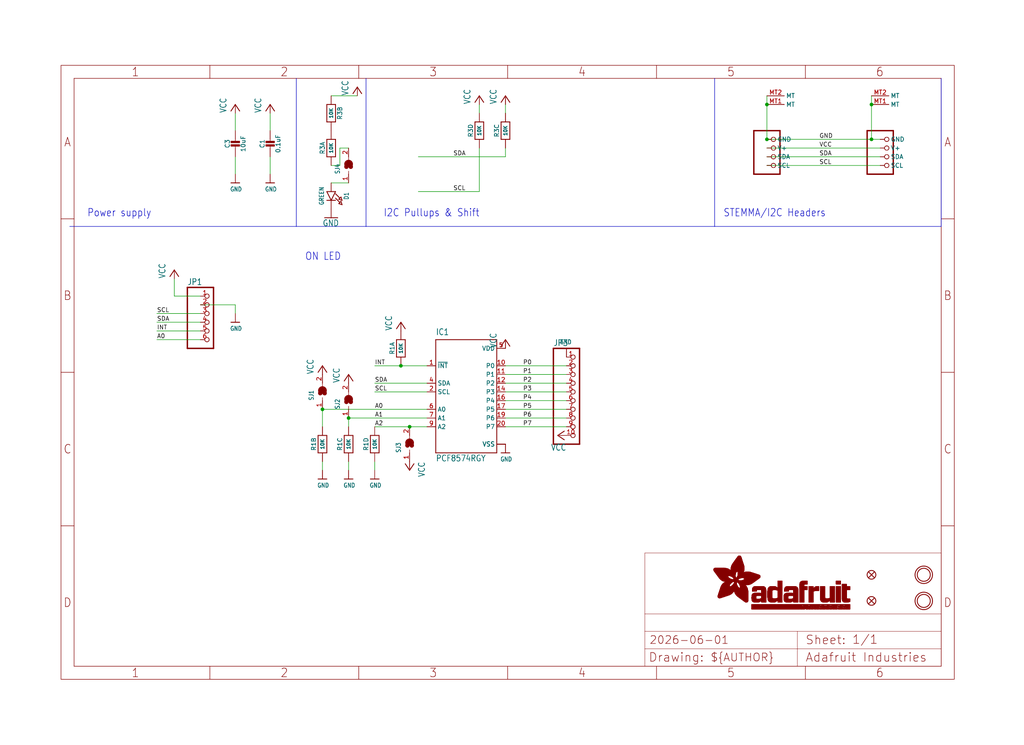
<source format=kicad_sch>
(kicad_sch (version 20230121) (generator eeschema)
  (paper "User" 298.45 217.322)
  (lib_symbols
    (symbol "working-eagle-import:CAP_CERAMIC0603_NO"
      (property "Reference" "C" (at -2.29 1.25 90))
      (symbol "CAP_CERAMIC0603_NO_1_0"
        (pin passive line (at 0 5.08 270) (length 2.54) (name "1") (number "1"))
        (pin passive line (at 0 -2.54 90) (length 2.54) (name "2") (number "2"))
      )
    )
    (symbol "working-eagle-import:CAP_CERAMIC0805-NOOUTLINE"
      (property "Reference" "C" (at -2.29 1.25 90))
      (symbol "CAP_CERAMIC0805-NOOUTLINE_1_0"
        (pin passive line (at 0 5.08 270) (length 2.54) (name "1") (number "1"))
        (pin passive line (at 0 -2.54 90) (length 2.54) (name "2") (number "2"))
      )
    )
    (symbol "working-eagle-import:FIDUCIAL_1MM")
    (symbol "working-eagle-import:FRAME_A4_ADAFRUIT"
      (symbol "FRAME_A4_ADAFRUIT_1_0"
        (text "${#}/${##}" (at 230.505 10.16 0) (effects (font (size 2.54 2.54)) (justify left bottom)))
        (text "${AUTHOR}" (at 189.23 5.08 0) (effects (font (size 2.286 2.286)) (justify left bottom)))
        (text "${CURRENT_DATE}" (at 171.45 10.16 0) (effects (font (size 2.286 2.286)) (justify left bottom)))
        (text "${PROJECTNAME}" (at 171.45 15.24 0) (effects (font (size 2.54 2.54)) (justify left bottom)))
        (text "1" (at 21.6958 1.905 0) (effects (font (size 2.54 2.286))))
        (text "1" (at 21.6958 177.165 0) (effects (font (size 2.54 2.286))))
        (text "2" (at 65.0875 1.905 0) (effects (font (size 2.54 2.286))))
        (text "2" (at 65.0875 177.165 0) (effects (font (size 2.54 2.286))))
        (text "3" (at 108.4792 1.905 0) (effects (font (size 2.54 2.286))))
        (text "3" (at 108.4792 177.165 0) (effects (font (size 2.54 2.286))))
        (text "4" (at 151.8708 1.905 0) (effects (font (size 2.54 2.286))))
        (text "4" (at 151.8708 177.165 0) (effects (font (size 2.54 2.286))))
        (text "5" (at 195.2625 1.905 0) (effects (font (size 2.54 2.286))))
        (text "5" (at 195.2625 177.165 0) (effects (font (size 2.54 2.286))))
        (text "6" (at 238.6542 1.905 0) (effects (font (size 2.54 2.286))))
        (text "6" (at 238.6542 177.165 0) (effects (font (size 2.54 2.286))))
        (text "A" (at 1.905 156.6863 0) (effects (font (size 2.54 2.286))))
        (text "A" (at 258.445 156.6863 0) (effects (font (size 2.54 2.286))))
        (text "Adafruit Industries" (at 216.916 4.953 0) (effects (font (size 2.54 2.54)) (justify left bottom)))
        (text "B" (at 1.905 111.9188 0) (effects (font (size 2.54 2.286))))
        (text "B" (at 258.445 111.9188 0) (effects (font (size 2.54 2.286))))
        (text "C" (at 1.905 67.1513 0) (effects (font (size 2.54 2.286))))
        (text "C" (at 258.445 67.1513 0) (effects (font (size 2.54 2.286))))
        (text "D" (at 1.905 22.3838 0) (effects (font (size 2.54 2.286))))
        (text "D" (at 258.445 22.3838 0) (effects (font (size 2.54 2.286))))
        (text "Drawing:" (at 171.196 4.953 0) (effects (font (size 2.54 2.54)) (justify left bottom)))
        (text "Sheet:" (at 216.916 10.033 0) (effects (font (size 2.54 2.54)) (justify left bottom)))
      )
    )
    (symbol "working-eagle-import:GND" (power)
      (property "Value" "GND" (at -1.524 -2.54 0))
      (symbol "GND_1_0"
        (pin power_in line (at 0 2.54 270) (length 2.54) (name "GND") (number "1"))
      )
    )
    (symbol "working-eagle-import:HEADER-1X1070MIL"
      (property "Reference" "JP" (at -6.35 13.335 0))
      (symbol "HEADER-1X1070MIL_1_0"
        (pin passive inverted (at -2.54 10.16 0) (length 2.54) (name "1") (number "1"))
        (pin passive inverted (at -2.54 -12.7 0) (length 2.54) (name "10") (number "10"))
        (pin passive inverted (at -2.54 7.62 0) (length 2.54) (name "2") (number "2"))
        (pin passive inverted (at -2.54 5.08 0) (length 2.54) (name "3") (number "3"))
        (pin passive inverted (at -2.54 2.54 0) (length 2.54) (name "4") (number "4"))
        (pin passive inverted (at -2.54 0 0) (length 2.54) (name "5") (number "5"))
        (pin passive inverted (at -2.54 -2.54 0) (length 2.54) (name "6") (number "6"))
        (pin passive inverted (at -2.54 -5.08 0) (length 2.54) (name "7") (number "7"))
        (pin passive inverted (at -2.54 -7.62 0) (length 2.54) (name "8") (number "8"))
        (pin passive inverted (at -2.54 -10.16 0) (length 2.54) (name "9") (number "9"))
      )
    )
    (symbol "working-eagle-import:HEADER-1X670MIL"
      (property "Reference" "JP" (at -6.35 10.795 0))
      (symbol "HEADER-1X670MIL_1_0"
        (pin passive inverted (at -2.54 7.62 0) (length 2.54) (name "1") (number "1"))
        (pin passive inverted (at -2.54 5.08 0) (length 2.54) (name "2") (number "2"))
        (pin passive inverted (at -2.54 2.54 0) (length 2.54) (name "3") (number "3"))
        (pin passive inverted (at -2.54 0 0) (length 2.54) (name "4") (number "4"))
        (pin passive inverted (at -2.54 -2.54 0) (length 2.54) (name "5") (number "5"))
        (pin passive inverted (at -2.54 -5.08 0) (length 2.54) (name "6") (number "6"))
      )
    )
    (symbol "working-eagle-import:LED0603_NOOUTLINE"
      (property "Reference" "D" (at -1.27 4.445 0))
      (symbol "LED0603_NOOUTLINE_1_0"
        (pin passive line (at -5.08 0 0) (length 2.54) (name "A") (number "A"))
        (pin passive line (at 2.54 0 180) (length 2.54) (name "C") (number "C"))
      )
    )
    (symbol "working-eagle-import:MOUNTINGHOLE2.5")
    (symbol "working-eagle-import:PCF8574RGY"
      (property "Reference" "IC" (at -7.62 16.51 0))
      (symbol "PCF8574RGY_1_0"
        (pin output line (at -10.16 7.62 0) (length 2.54) (name "~{INT}") (number "1"))
        (pin bidirectional line (at 12.7 7.62 180) (length 2.54) (name "P0") (number "10"))
        (pin bidirectional line (at 12.7 5.08 180) (length 2.54) (name "P1") (number "11"))
        (pin bidirectional line (at 12.7 2.54 180) (length 2.54) (name "P2") (number "12"))
        (pin bidirectional line (at 12.7 0 180) (length 2.54) (name "P3") (number "14"))
        (pin power_in line (at 12.7 -15.24 180) (length 2.54) (name "VSS") (number "15"))
        (pin bidirectional line (at 12.7 -2.54 180) (length 2.54) (name "P4") (number "16"))
        (pin bidirectional line (at 12.7 -5.08 180) (length 2.54) (name "P5") (number "17"))
        (pin bidirectional line (at 12.7 -7.62 180) (length 2.54) (name "P6") (number "19"))
        (pin input line (at -10.16 0 0) (length 2.54) (name "SCL") (number "2"))
        (pin bidirectional line (at 12.7 -10.16 180) (length 2.54) (name "P7") (number "20"))
        (pin power_in line (at 12.7 -15.24 180) (length 2.54) (name "VSS") (number "21"))
        (pin bidirectional line (at -10.16 2.54 0) (length 2.54) (name "SDA") (number "4"))
        (pin power_in line (at 12.7 12.7 180) (length 2.54) (name "VDD") (number "5"))
        (pin input line (at -10.16 -5.08 0) (length 2.54) (name "A0") (number "6"))
        (pin input line (at -10.16 -7.62 0) (length 2.54) (name "A1") (number "7"))
        (pin input line (at -10.16 -10.16 0) (length 2.54) (name "A2") (number "9"))
      )
    )
    (symbol "working-eagle-import:RESISTOR_4PACK"
      (property "Reference" "R" (at 0 2.54 0))
      (symbol "RESISTOR_4PACK_1_0"
        (pin passive line (at -5.08 0 0) (length 2.54) (name "1") (number "1"))
        (pin passive line (at 5.08 0 180) (length 2.54) (name "2") (number "8"))
      )
      (symbol "RESISTOR_4PACK_2_0"
        (pin passive line (at -5.08 0 0) (length 2.54) (name "1") (number "2"))
        (pin passive line (at 5.08 0 180) (length 2.54) (name "2") (number "7"))
      )
      (symbol "RESISTOR_4PACK_3_0"
        (pin passive line (at -5.08 0 0) (length 2.54) (name "1") (number "3"))
        (pin passive line (at 5.08 0 180) (length 2.54) (name "2") (number "6"))
      )
      (symbol "RESISTOR_4PACK_4_0"
        (pin passive line (at -5.08 0 0) (length 2.54) (name "1") (number "4"))
        (pin passive line (at 5.08 0 180) (length 2.54) (name "2") (number "5"))
      )
    )
    (symbol "working-eagle-import:SOLDERJUMPER"
      (property "Reference" "SJ" (at -2.54 2.54 0))
      (symbol "SOLDERJUMPER_1_0"
        (pin passive line (at -5.08 0 0) (length 2.54) (name "1") (number "1"))
        (pin passive line (at 5.08 0 180) (length 2.54) (name "2") (number "2"))
      )
    )
    (symbol "working-eagle-import:SOLDERJUMPERCLOSED"
      (property "Reference" "SJ" (at -2.54 2.54 0))
      (symbol "SOLDERJUMPERCLOSED_1_0"
        (pin passive line (at -5.08 0 0) (length 2.54) (name "1") (number "1"))
        (pin passive line (at 5.08 0 180) (length 2.54) (name "2") (number "2"))
      )
    )
    (symbol "working-eagle-import:STEMMA_I2C_QT"
      (symbol "STEMMA_I2C_QT_1_0"
        (pin passive inverted (at 0 5.08 0) (length 2.54) (name "GND") (number "1"))
        (pin passive inverted (at 0 2.54 0) (length 2.54) (name "V+") (number "2"))
        (pin passive inverted (at 0 0 0) (length 2.54) (name "SDA") (number "3"))
        (pin passive inverted (at 0 -2.54 0) (length 2.54) (name "SCL") (number "4"))
      )
      (symbol "STEMMA_I2C_QT_2_0"
        (pin bidirectional line (at 0 0 0) (length 5.08) (name "MT") (number "MT1"))
      )
      (symbol "STEMMA_I2C_QT_3_0"
        (pin bidirectional line (at 0 0 0) (length 5.08) (name "MT") (number "MT2"))
      )
    )
    (symbol "working-eagle-import:VCC" (power)
      (property "Value" "VCC" (at -2.54 -2.54 90))
      (symbol "VCC_1_0"
        (pin power_in line (at 0 -2.54 90) (length 2.54) (name "VCC") (number "1"))
      )
    )
    (symbol "working-eagle-import:supply1_GND" (power)
      (property "Value" "supply1_GND" (at -2.54 -2.54 0))
      (symbol "supply1_GND_1_0"
        (pin power_in line (at 0 2.54 270) (length 2.54) (name "GND") (number "1"))
      )
    )
  )
  (junction (at 119.38 124.46))
  (junction (at 101.6 121.92))
  (junction (at 223.52 40.64))
  (junction (at 254 40.64))
  (junction (at 93.98 119.38))
  (junction (at 116.84 106.68))
  (junction (at 223.52 30.48))
  (junction (at 254 30.48))
  (wire (pts (xy 124.46 124.46) (xy 119.38 124.46)) (stroke (width 0.1524)))
  (wire (pts (xy 58.42 88.9) (xy 68.58 88.9)) (stroke (width 0.1524)))
  (wire (pts (xy 139.7 55.88) (xy 121.92 55.88)) (stroke (width 0.1524)))
  (wire (pts (xy 165.1 106.68) (xy 147.32 106.68)) (stroke (width 0.1524)))
  (wire (pts (xy 147.32 43.18) (xy 147.32 45.72)) (stroke (width 0.1524)))
  (wire (pts (xy 116.84 106.68) (xy 109.22 106.68)) (stroke (width 0.1524)))
  (wire (pts (xy 58.42 99.06) (xy 45.72 99.06)) (stroke (width 0.1524)))
  (wire (pts (xy 109.22 111.76) (xy 124.46 111.76)) (stroke (width 0.1524)))
  (wire (pts (xy 147.32 45.72) (xy 121.92 45.72)) (stroke (width 0.1524)))
  (wire (pts (xy 78.74 45.72) (xy 78.74 50.8)) (stroke (width 0.1524)))
  (wire (pts (xy 165.1 109.22) (xy 147.32 109.22)) (stroke (width 0.1524)))
  (wire (pts (xy 93.98 134.62) (xy 93.98 137.16)) (stroke (width 0.1524)))
  (wire (pts (xy 254 30.48) (xy 254 40.64)) (stroke (width 0.1524)))
  (wire (pts (xy 147.32 33.02) (xy 147.32 30.48)) (stroke (width 0.1524)))
  (polyline (pts (xy 274.32 22.86) (xy 274.32 66.04)) (stroke (width 0.1524) (type solid)))
  (wire (pts (xy 223.52 48.26) (xy 256.54 48.26)) (stroke (width 0.1524)))
  (wire (pts (xy 119.38 124.46) (xy 109.22 124.46)) (stroke (width 0.1524)))
  (wire (pts (xy 124.46 119.38) (xy 93.98 119.38)) (stroke (width 0.1524)))
  (polyline (pts (xy 20.32 66.04) (xy 86.36 66.04)) (stroke (width 0.1524) (type solid)))
  (wire (pts (xy 109.22 114.3) (xy 124.46 114.3)) (stroke (width 0.1524)))
  (wire (pts (xy 99.06 48.26) (xy 99.06 43.18)) (stroke (width 0.1524)))
  (wire (pts (xy 139.7 30.48) (xy 139.7 33.02)) (stroke (width 0.1524)))
  (wire (pts (xy 254 27.94) (xy 254 30.48)) (stroke (width 0.1524)))
  (wire (pts (xy 124.46 106.68) (xy 116.84 106.68)) (stroke (width 0.1524)))
  (wire (pts (xy 58.42 86.36) (xy 50.8 86.36)) (stroke (width 0.1524)))
  (wire (pts (xy 223.52 43.18) (xy 256.54 43.18)) (stroke (width 0.1524)))
  (wire (pts (xy 256.54 40.64) (xy 254 40.64)) (stroke (width 0.1524)))
  (polyline (pts (xy 86.36 66.04) (xy 106.68 66.04)) (stroke (width 0.1524) (type solid)))
  (wire (pts (xy 165.1 114.3) (xy 147.32 114.3)) (stroke (width 0.1524)))
  (wire (pts (xy 68.58 88.9) (xy 68.58 91.44)) (stroke (width 0.1524)))
  (wire (pts (xy 96.52 53.34) (xy 101.6 53.34)) (stroke (width 0.1524)))
  (wire (pts (xy 165.1 111.76) (xy 147.32 111.76)) (stroke (width 0.1524)))
  (wire (pts (xy 93.98 119.38) (xy 93.98 124.46)) (stroke (width 0.1524)))
  (wire (pts (xy 101.6 121.92) (xy 101.6 124.46)) (stroke (width 0.1524)))
  (wire (pts (xy 58.42 91.44) (xy 45.72 91.44)) (stroke (width 0.1524)))
  (wire (pts (xy 165.1 121.92) (xy 147.32 121.92)) (stroke (width 0.1524)))
  (wire (pts (xy 165.1 116.84) (xy 147.32 116.84)) (stroke (width 0.1524)))
  (wire (pts (xy 101.6 121.92) (xy 124.46 121.92)) (stroke (width 0.1524)))
  (polyline (pts (xy 208.28 66.04) (xy 274.32 66.04)) (stroke (width 0.1524) (type solid)))
  (wire (pts (xy 109.22 134.62) (xy 109.22 137.16)) (stroke (width 0.1524)))
  (polyline (pts (xy 86.36 22.86) (xy 86.36 66.04)) (stroke (width 0.1524) (type solid)))
  (wire (pts (xy 223.52 27.94) (xy 223.52 30.48)) (stroke (width 0.1524)))
  (wire (pts (xy 68.58 45.72) (xy 68.58 50.8)) (stroke (width 0.1524)))
  (wire (pts (xy 101.6 134.62) (xy 101.6 137.16)) (stroke (width 0.1524)))
  (wire (pts (xy 165.1 119.38) (xy 147.32 119.38)) (stroke (width 0.1524)))
  (wire (pts (xy 223.52 30.48) (xy 223.52 40.64)) (stroke (width 0.1524)))
  (wire (pts (xy 96.52 48.26) (xy 99.06 48.26)) (stroke (width 0.1524)))
  (polyline (pts (xy 208.28 22.86) (xy 208.28 66.04)) (stroke (width 0.1524) (type solid)))
  (wire (pts (xy 58.42 96.52) (xy 45.72 96.52)) (stroke (width 0.1524)))
  (wire (pts (xy 104.14 27.94) (xy 96.52 27.94)) (stroke (width 0.1524)))
  (wire (pts (xy 68.58 33.02) (xy 68.58 38.1)) (stroke (width 0.1524)))
  (wire (pts (xy 165.1 124.46) (xy 147.32 124.46)) (stroke (width 0.1524)))
  (polyline (pts (xy 106.68 22.86) (xy 106.68 66.04)) (stroke (width 0.1524) (type solid)))
  (wire (pts (xy 256.54 45.72) (xy 223.52 45.72)) (stroke (width 0.1524)))
  (wire (pts (xy 58.42 93.98) (xy 45.72 93.98)) (stroke (width 0.1524)))
  (wire (pts (xy 99.06 43.18) (xy 101.6 43.18)) (stroke (width 0.1524)))
  (wire (pts (xy 78.74 33.02) (xy 78.74 38.1)) (stroke (width 0.1524)))
  (wire (pts (xy 50.8 86.36) (xy 50.8 81.28)) (stroke (width 0.1524)))
  (wire (pts (xy 254 40.64) (xy 223.52 40.64)) (stroke (width 0.1524)))
  (polyline (pts (xy 106.68 66.04) (xy 208.28 66.04)) (stroke (width 0.1524) (type solid)))
  (wire (pts (xy 139.7 43.18) (xy 139.7 55.88)) (stroke (width 0.1524)))
  (text "STEMMA/I2C Headers" (at 210.82 63.5 0) (effects (font (size 2.1844 1.8567)) (justify left bottom)))
  (text "Power supply" (at 25.4 63.5 0) (effects (font (size 2.1844 1.8567)) (justify left bottom)))
  (text "I2C Pullups & Shift" (at 111.76 63.5 0) (effects (font (size 2.1844 1.8567)) (justify left bottom)))
  (text "ON LED" (at 88.9 76.2 0) (effects (font (size 2.1844 1.8567)) (justify left bottom)))
  (label "P6" (at 152.4 121.92 0) (effects (font (size 1.2446 1.2446))))
  (label "SDA" (at 109.22 111.76 0) (effects (font (size 1.2446 1.2446))))
  (label "A2" (at 109.22 124.46 0) (effects (font (size 1.2446 1.2446))))
  (label "A1" (at 109.22 121.92 0) (effects (font (size 1.2446 1.2446))))
  (label "A0" (at 109.22 119.38 0) (effects (font (size 1.2446 1.2446))))
  (label "INT" (at 109.22 106.68 0) (effects (font (size 1.2446 1.2446))))
  (label "SDA" (at 238.76 45.72 0) (effects (font (size 1.2446 1.2446))))
  (label "INT" (at 45.72 96.52 0) (effects (font (size 1.2446 1.2446))))
  (label "P7" (at 152.4 124.46 0) (effects (font (size 1.2446 1.2446))))
  (label "SCL" (at 132.08 55.88 0) (effects (font (size 1.2446 1.2446))))
  (label "GND" (at 238.76 40.64 0) (effects (font (size 1.2446 1.2446))))
  (label "A0" (at 45.72 99.06 0) (effects (font (size 1.2446 1.2446))))
  (label "P0" (at 152.4 106.68 0) (effects (font (size 1.2446 1.2446))))
  (label "VCC" (at 238.76 43.18 0) (effects (font (size 1.2446 1.2446))))
  (label "SDA" (at 132.08 45.72 0) (effects (font (size 1.2446 1.2446))))
  (label "P2" (at 152.4 111.76 0) (effects (font (size 1.2446 1.2446))))
  (label "SDA" (at 45.72 93.98 0) (effects (font (size 1.2446 1.2446))))
  (label "P1" (at 152.4 109.22 0) (effects (font (size 1.2446 1.2446))))
  (label "P4" (at 152.4 116.84 0) (effects (font (size 1.2446 1.2446))))
  (label "P5" (at 152.4 119.38 0) (effects (font (size 1.2446 1.2446))))
  (label "SCL" (at 45.72 91.44 0) (effects (font (size 1.2446 1.2446))))
  (label "SCL" (at 238.76 48.26 0) (effects (font (size 1.2446 1.2446))))
  (label "SCL" (at 109.22 114.3 0) (effects (font (size 1.2446 1.2446))))
  (label "P3" (at 152.4 114.3 0) (effects (font (size 1.2446 1.2446))))
  (symbol (lib_id "working-eagle-import:STEMMA_I2C_QT") (at 223.52 27.94 0) (unit 3)
    (property "Reference" "CONN3" (effects hide))
    (property "Value" "STEMMA_I2C_QT" (effects hide))
    (property "Footprint" "working:JST_SH4" (effects hide))
  )
  (symbol (lib_id "working-eagle-import:STEMMA_I2C_QT") (at 254 30.48 0) (unit 2)
    (property "Reference" "CONN4" (effects hide))
    (property "Value" "STEMMA_I2C_QT" (effects hide))
    (property "Footprint" "working:JST_SH4" (effects hide))
  )
  (symbol (lib_id "working-eagle-import:VCC") (at 119.38 137.16 180) (unit 1)
    (property "Reference" "#P+11" (effects hide))
    (property "Value" "VCC" (at 121.92 134.62 90) (effects (font (size 1.778 1.5113)) (justify left bottom)))
  )
  (symbol (lib_id "working-eagle-import:LED0603_NOOUTLINE") (at 96.52 58.42 270) (unit 1)
    (property "Reference" "D1" (at 100.965 57.15 0) (effects (font (size 1.27 1.0795))))
    (property "Value" "GREEN" (at 93.726 57.15 0) (effects (font (size 1.27 1.0795))))
    (property "Footprint" "working:CHIPLED_0603_NOOUTLINE" (effects hide))
  )
  (symbol (lib_id "working-eagle-import:GND") (at 78.74 53.34 0) (unit 1)
    (property "Reference" "#U$6" (effects hide))
    (property "Value" "GND" (at 77.216 55.88 0) (effects (font (size 1.27 1.0795)) (justify left bottom)))
  )
  (symbol (lib_id "working-eagle-import:STEMMA_I2C_QT") (at 223.52 30.48 0) (unit 2)
    (property "Reference" "CONN3" (effects hide))
    (property "Value" "STEMMA_I2C_QT" (effects hide))
    (property "Footprint" "working:JST_SH4" (effects hide))
  )
  (symbol (lib_id "working-eagle-import:RESISTOR_4PACK") (at 96.52 43.18 90) (unit 1)
    (property "Reference" "R3" (at 93.98 43.18 0))
    (property "Value" "10K" (at 96.52 43.18 0) (effects (font (size 1.016 1.016) bold)))
    (property "Footprint" "working:RESPACK_4X0603" (effects hide))
  )
  (symbol (lib_id "working-eagle-import:VCC") (at 162.56 127 90) (unit 1)
    (property "Reference" "#P+12" (effects hide))
    (property "Value" "VCC" (at 165.1 129.54 90) (effects (font (size 1.778 1.5113)) (justify left bottom)))
  )
  (symbol (lib_id "working-eagle-import:VCC") (at 147.32 27.94 0) (unit 1)
    (property "Reference" "#P+2" (effects hide))
    (property "Value" "VCC" (at 144.78 30.48 90) (effects (font (size 1.778 1.5113)) (justify left bottom)))
  )
  (symbol (lib_id "working-eagle-import:VCC") (at 101.6 109.22 0) (unit 1)
    (property "Reference" "#P+10" (effects hide))
    (property "Value" "VCC" (at 99.06 111.76 90) (effects (font (size 1.778 1.5113)) (justify left bottom)))
  )
  (symbol (lib_id "working-eagle-import:RESISTOR_4PACK") (at 139.7 38.1 90) (unit 4)
    (property "Reference" "R3" (at 137.16 38.1 0))
    (property "Value" "10K" (at 139.7 38.1 0) (effects (font (size 1.016 1.016) bold)))
    (property "Footprint" "working:RESPACK_4X0603" (effects hide))
  )
  (symbol (lib_id "working-eagle-import:STEMMA_I2C_QT") (at 254 27.94 0) (unit 3)
    (property "Reference" "CONN4" (effects hide))
    (property "Value" "STEMMA_I2C_QT" (effects hide))
    (property "Footprint" "working:JST_SH4" (effects hide))
  )
  (symbol (lib_id "working-eagle-import:MOUNTINGHOLE2.5") (at 269.24 175.26 0) (unit 1)
    (property "Reference" "U$21" (effects hide))
    (property "Value" "MOUNTINGHOLE2.5" (effects hide))
    (property "Footprint" "working:MOUNTINGHOLE_2.5_PLATED" (effects hide))
  )
  (symbol (lib_id "working-eagle-import:SOLDERJUMPER") (at 93.98 114.3 90) (unit 1)
    (property "Reference" "SJ1" (at 91.44 116.84 0) (effects (font (size 1.27 1.0795)) (justify left bottom)))
    (property "Value" "SOLDERJUMPER" (effects hide))
    (property "Footprint" "working:SOLDERJUMPER_ARROW_NOPASTE" (effects hide))
  )
  (symbol (lib_id "working-eagle-import:FIDUCIAL_1MM") (at 254 167.64 0) (unit 1)
    (property "Reference" "FID4" (effects hide))
    (property "Value" "FIDUCIAL_1MM" (effects hide))
    (property "Footprint" "working:FIDUCIAL_1MM" (effects hide))
  )
  (symbol (lib_id "working-eagle-import:STEMMA_I2C_QT") (at 256.54 45.72 0) (unit 1)
    (property "Reference" "CONN4" (effects hide))
    (property "Value" "STEMMA_I2C_QT" (effects hide))
    (property "Footprint" "working:JST_SH4" (effects hide))
  )
  (symbol (lib_id "working-eagle-import:SOLDERJUMPER") (at 101.6 116.84 90) (unit 1)
    (property "Reference" "SJ2" (at 99.06 119.38 0) (effects (font (size 1.27 1.0795)) (justify left bottom)))
    (property "Value" "SOLDERJUMPER" (effects hide))
    (property "Footprint" "working:SOLDERJUMPER_ARROW_NOPASTE" (effects hide))
  )
  (symbol (lib_id "working-eagle-import:HEADER-1X670MIL") (at 60.96 93.98 0) (unit 1)
    (property "Reference" "JP1" (at 54.61 83.185 0) (effects (font (size 1.778 1.5113)) (justify left bottom)))
    (property "Value" "HEADER-1X670MIL" (effects hide))
    (property "Footprint" "working:1X06_ROUND_70" (effects hide))
  )
  (symbol (lib_id "working-eagle-import:SOLDERJUMPERCLOSED") (at 101.6 48.26 90) (unit 1)
    (property "Reference" "SJ4" (at 99.06 50.8 0) (effects (font (size 1.27 1.0795)) (justify left bottom)))
    (property "Value" "SOLDERJUMPERCLOSED" (effects hide))
    (property "Footprint" "working:SOLDERJUMPER_CLOSEDWIRE" (effects hide))
  )
  (symbol (lib_id "working-eagle-import:RESISTOR_4PACK") (at 109.22 129.54 90) (unit 4)
    (property "Reference" "R1" (at 106.68 129.54 0))
    (property "Value" "10K" (at 109.22 129.54 0) (effects (font (size 1.016 1.016) bold)))
    (property "Footprint" "working:RESPACK_4X0603" (effects hide))
  )
  (symbol (lib_id "working-eagle-import:PCF8574RGY") (at 134.62 114.3 0) (unit 1)
    (property "Reference" "IC1" (at 127 97.79 0) (effects (font (size 1.778 1.5113)) (justify left bottom)))
    (property "Value" "PCF8574RGY" (at 127 134.62 0) (effects (font (size 1.778 1.5113)) (justify left bottom)))
    (property "Footprint" "working:VQFN20_3.5X4.5" (effects hide))
  )
  (symbol (lib_id "working-eagle-import:GND") (at 68.58 53.34 0) (unit 1)
    (property "Reference" "#U$5" (effects hide))
    (property "Value" "GND" (at 67.056 55.88 0) (effects (font (size 1.27 1.0795)) (justify left bottom)))
  )
  (symbol (lib_id "working-eagle-import:SOLDERJUMPER") (at 119.38 129.54 90) (unit 1)
    (property "Reference" "SJ3" (at 116.84 132.08 0) (effects (font (size 1.27 1.0795)) (justify left bottom)))
    (property "Value" "SOLDERJUMPER" (effects hide))
    (property "Footprint" "working:SOLDERJUMPER_ARROW_NOPASTE" (effects hide))
  )
  (symbol (lib_id "working-eagle-import:GND") (at 165.1 101.6 180) (unit 1)
    (property "Reference" "#U$1" (effects hide))
    (property "Value" "GND" (at 166.624 99.06 0) (effects (font (size 1.27 1.0795)) (justify left bottom)))
  )
  (symbol (lib_id "working-eagle-import:STEMMA_I2C_QT") (at 223.52 45.72 0) (unit 1)
    (property "Reference" "CONN3" (effects hide))
    (property "Value" "STEMMA_I2C_QT" (effects hide))
    (property "Footprint" "working:JST_SH4" (effects hide))
  )
  (symbol (lib_id "working-eagle-import:VCC") (at 50.8 78.74 0) (unit 1)
    (property "Reference" "#P+4" (effects hide))
    (property "Value" "VCC" (at 48.26 81.28 90) (effects (font (size 1.778 1.5113)) (justify left bottom)))
  )
  (symbol (lib_id "working-eagle-import:VCC") (at 116.84 93.98 0) (unit 1)
    (property "Reference" "#P+8" (effects hide))
    (property "Value" "VCC" (at 114.3 96.52 90) (effects (font (size 1.778 1.5113)) (justify left bottom)))
  )
  (symbol (lib_id "working-eagle-import:GND") (at 93.98 139.7 0) (unit 1)
    (property "Reference" "#U$7" (effects hide))
    (property "Value" "GND" (at 92.456 142.24 0) (effects (font (size 1.27 1.0795)) (justify left bottom)))
  )
  (symbol (lib_id "working-eagle-import:VCC") (at 68.58 30.48 0) (unit 1)
    (property "Reference" "#P+3" (effects hide))
    (property "Value" "VCC" (at 66.04 33.02 90) (effects (font (size 1.778 1.5113)) (justify left bottom)))
  )
  (symbol (lib_id "working-eagle-import:RESISTOR_4PACK") (at 101.6 129.54 90) (unit 3)
    (property "Reference" "R1" (at 99.06 129.54 0))
    (property "Value" "10K" (at 101.6 129.54 0) (effects (font (size 1.016 1.016) bold)))
    (property "Footprint" "working:RESPACK_4X0603" (effects hide))
  )
  (symbol (lib_id "working-eagle-import:FIDUCIAL_1MM") (at 254 175.26 0) (unit 1)
    (property "Reference" "FID3" (effects hide))
    (property "Value" "FIDUCIAL_1MM" (effects hide))
    (property "Footprint" "working:FIDUCIAL_1MM" (effects hide))
  )
  (symbol (lib_id "working-eagle-import:VCC") (at 139.7 27.94 0) (unit 1)
    (property "Reference" "#P+1" (effects hide))
    (property "Value" "VCC" (at 137.16 30.48 90) (effects (font (size 1.778 1.5113)) (justify left bottom)))
  )
  (symbol (lib_id "working-eagle-import:VCC") (at 93.98 106.68 0) (unit 1)
    (property "Reference" "#P+9" (effects hide))
    (property "Value" "VCC" (at 91.44 109.22 90) (effects (font (size 1.778 1.5113)) (justify left bottom)))
  )
  (symbol (lib_id "working-eagle-import:MOUNTINGHOLE2.5") (at 269.24 167.64 0) (unit 1)
    (property "Reference" "U$19" (effects hide))
    (property "Value" "MOUNTINGHOLE2.5" (effects hide))
    (property "Footprint" "working:MOUNTINGHOLE_2.5_PLATED" (effects hide))
  )
  (symbol (lib_id "working-eagle-import:RESISTOR_4PACK") (at 93.98 129.54 90) (unit 2)
    (property "Reference" "R1" (at 91.44 129.54 0))
    (property "Value" "10K" (at 93.98 129.54 0) (effects (font (size 1.016 1.016) bold)))
    (property "Footprint" "working:RESPACK_4X0603" (effects hide))
  )
  (symbol (lib_id "working-eagle-import:RESISTOR_4PACK") (at 147.32 38.1 90) (unit 3)
    (property "Reference" "R3" (at 144.78 38.1 0))
    (property "Value" "10K" (at 147.32 38.1 0) (effects (font (size 1.016 1.016) bold)))
    (property "Footprint" "working:RESPACK_4X0603" (effects hide))
  )
  (symbol (lib_id "working-eagle-import:VCC") (at 78.74 30.48 0) (unit 1)
    (property "Reference" "#P+5" (effects hide))
    (property "Value" "VCC" (at 76.2 33.02 90) (effects (font (size 1.778 1.5113)) (justify left bottom)))
  )
  (symbol (lib_id "working-eagle-import:HEADER-1X1070MIL") (at 167.64 114.3 0) (unit 1)
    (property "Reference" "JP3" (at 161.29 100.965 0) (effects (font (size 1.778 1.5113)) (justify left bottom)))
    (property "Value" "HEADER-1X1070MIL" (effects hide))
    (property "Footprint" "working:1X10_ROUND70" (effects hide))
  )
  (symbol (lib_id "working-eagle-import:GND") (at 101.6 139.7 0) (unit 1)
    (property "Reference" "#U$4" (effects hide))
    (property "Value" "GND" (at 100.076 142.24 0) (effects (font (size 1.27 1.0795)) (justify left bottom)))
  )
  (symbol (lib_id "working-eagle-import:supply1_GND") (at 96.52 63.5 0) (unit 1)
    (property "Reference" "#GND6" (effects hide))
    (property "Value" "GND" (at 93.98 66.04 0) (effects (font (size 1.778 1.5113)) (justify left bottom)))
  )
  (symbol (lib_id "working-eagle-import:VCC") (at 104.14 25.4 0) (unit 1)
    (property "Reference" "#P+6" (effects hide))
    (property "Value" "VCC" (at 101.6 27.94 90) (effects (font (size 1.778 1.5113)) (justify left bottom)))
  )
  (symbol (lib_id "working-eagle-import:CAP_CERAMIC0805-NOOUTLINE") (at 68.58 43.18 0) (unit 1)
    (property "Reference" "C3" (at 66.29 41.93 90))
    (property "Value" "10uF" (at 70.88 41.93 90))
    (property "Footprint" "working:0805-NO" (effects hide))
  )
  (symbol (lib_id "working-eagle-import:VCC") (at 147.32 99.06 0) (unit 1)
    (property "Reference" "#P+7" (effects hide))
    (property "Value" "VCC" (at 144.78 101.6 90) (effects (font (size 1.778 1.5113)) (justify left bottom)))
  )
  (symbol (lib_id "working-eagle-import:CAP_CERAMIC0603_NO") (at 78.74 43.18 0) (unit 1)
    (property "Reference" "C1" (at 76.45 41.93 90))
    (property "Value" "0.1uF" (at 81.04 41.93 90))
    (property "Footprint" "working:0603-NO" (effects hide))
  )
  (symbol (lib_id "working-eagle-import:RESISTOR_4PACK") (at 96.52 33.02 270) (unit 2)
    (property "Reference" "R3" (at 99.06 33.02 0))
    (property "Value" "10K" (at 96.52 33.02 0) (effects (font (size 1.016 1.016) bold)))
    (property "Footprint" "working:RESPACK_4X0603" (effects hide))
  )
  (symbol (lib_id "working-eagle-import:GND") (at 147.32 132.08 0) (unit 1)
    (property "Reference" "#U$2" (effects hide))
    (property "Value" "GND" (at 145.796 134.62 0) (effects (font (size 1.27 1.0795)) (justify left bottom)))
  )
  (symbol (lib_id "working-eagle-import:GND") (at 109.22 139.7 0) (unit 1)
    (property "Reference" "#U$3" (effects hide))
    (property "Value" "GND" (at 107.696 142.24 0) (effects (font (size 1.27 1.0795)) (justify left bottom)))
  )
  (symbol (lib_id "working-eagle-import:FRAME_A4_ADAFRUIT") (at 17.78 198.12 0) (unit 1)
    (property "Reference" "#U$18" (effects hide))
    (property "Value" "FRAME_A4_ADAFRUIT" (effects hide))
  )
  (symbol (lib_id "working-eagle-import:RESISTOR_4PACK") (at 116.84 101.6 90) (unit 1)
    (property "Reference" "R1" (at 114.3 101.6 0))
    (property "Value" "10K" (at 116.84 101.6 0) (effects (font (size 1.016 1.016) bold)))
    (property "Footprint" "working:RESPACK_4X0603" (effects hide))
  )
  (symbol (lib_id "working-eagle-import:GND") (at 68.58 93.98 0) (unit 1)
    (property "Reference" "#U$10" (effects hide))
    (property "Value" "GND" (at 67.056 96.52 0) (effects (font (size 1.27 1.0795)) (justify left bottom)))
  )
)
</source>
